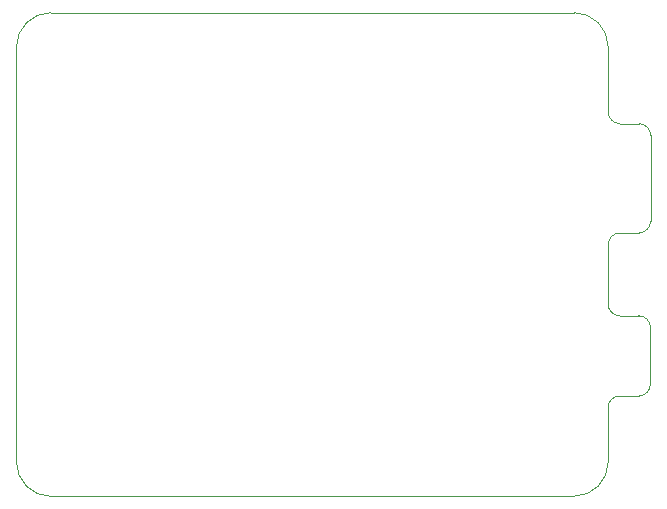
<source format=gbr>
G04 #@! TF.GenerationSoftware,KiCad,Pcbnew,7.0.2*
G04 #@! TF.CreationDate,2023-12-12T10:52:05+03:00*
G04 #@! TF.ProjectId,GPS_MODULE_V3.kicad_pro,4750535f-4d4f-4445-954c-455f56332e6b,rev?*
G04 #@! TF.SameCoordinates,Original*
G04 #@! TF.FileFunction,Profile,NP*
%FSLAX46Y46*%
G04 Gerber Fmt 4.6, Leading zero omitted, Abs format (unit mm)*
G04 Created by KiCad (PCBNEW 7.0.2) date 2023-12-12 10:52:05*
%MOMM*%
%LPD*%
G01*
G04 APERTURE LIST*
G04 #@! TA.AperFunction,Profile*
%ADD10C,0.100000*%
G04 #@! TD*
G04 APERTURE END LIST*
D10*
X273430000Y-90660000D02*
G75*
G03*
X274430000Y-91660000I1000000J0D01*
G01*
X274430000Y-98460000D02*
G75*
G03*
X273430000Y-99460000I0J-1000000D01*
G01*
X270550000Y-106950000D02*
G75*
G03*
X273450000Y-104050000I0J2900000D01*
G01*
X276042893Y-84649993D02*
G75*
G03*
X277042893Y-83650000I7J999993D01*
G01*
X223350000Y-104050000D02*
X223350000Y-68900000D01*
X274450000Y-75400000D02*
X276050000Y-75400000D01*
X223350000Y-104050000D02*
G75*
G03*
X226250000Y-106950000I2900000J0D01*
G01*
X277022893Y-92660000D02*
X277022893Y-97460000D01*
X226250000Y-66000000D02*
X270550000Y-66000000D01*
X277022900Y-92660000D02*
G75*
G03*
X276022893Y-91660000I-1000000J0D01*
G01*
X273450000Y-74400000D02*
G75*
G03*
X274450000Y-75400000I1000000J0D01*
G01*
X273450000Y-85650000D02*
X273430000Y-90660000D01*
X273430000Y-99460000D02*
X273450000Y-104050000D01*
X276022893Y-98460000D02*
X274430000Y-98460000D01*
X276022893Y-98459993D02*
G75*
G03*
X277022893Y-97460000I7J999993D01*
G01*
X277050000Y-76400000D02*
X277042893Y-83650000D01*
X276022893Y-91660000D02*
X274430000Y-91660000D01*
X270550000Y-106950000D02*
X226250000Y-106950000D01*
X226250000Y-66000000D02*
G75*
G03*
X223350000Y-68900000I0J-2900000D01*
G01*
X274450000Y-84650000D02*
G75*
G03*
X273450000Y-85650000I0J-1000000D01*
G01*
X276042893Y-84650000D02*
X274450000Y-84650000D01*
X273450000Y-68900000D02*
X273450000Y-74400000D01*
X277050000Y-76400000D02*
G75*
G03*
X276050000Y-75400000I-1000000J0D01*
G01*
X273450000Y-68900000D02*
G75*
G03*
X270550000Y-66000000I-2900000J0D01*
G01*
M02*

</source>
